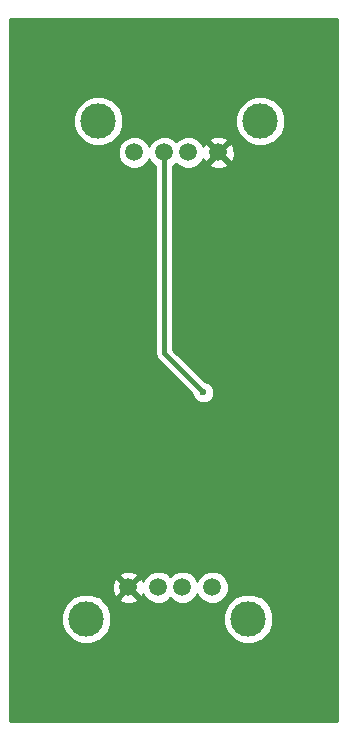
<source format=gbl>
G04 #@! TF.FileFunction,Copper,L2,Bot,Signal*
%FSLAX46Y46*%
G04 Gerber Fmt 4.6, Leading zero omitted, Abs format (unit mm)*
G04 Created by KiCad (PCBNEW 4.0.4-stable) date 09/22/16 21:37:27*
%MOMM*%
%LPD*%
G01*
G04 APERTURE LIST*
%ADD10C,0.100000*%
%ADD11C,1.501140*%
%ADD12C,2.999740*%
%ADD13C,0.600000*%
%ADD14C,0.440000*%
%ADD15C,0.254000*%
G04 APERTURE END LIST*
D10*
D11*
X121412860Y-107947880D03*
X118872860Y-107947880D03*
X116840860Y-107947880D03*
X114300860Y-107947880D03*
D12*
X124460860Y-110614880D03*
X110744860Y-110614880D03*
D11*
X114807140Y-71122120D03*
X117347140Y-71122120D03*
X119379140Y-71122120D03*
X121919140Y-71122120D03*
D12*
X111759140Y-68455120D03*
X125475140Y-68455120D03*
D13*
X120650000Y-91440000D03*
D14*
X120650000Y-91440000D02*
X117347140Y-88137140D01*
X117347140Y-88137140D02*
X117347140Y-71122120D01*
D15*
G36*
X131953000Y-119253000D02*
X104267000Y-119253000D01*
X104267000Y-111037669D01*
X108609620Y-111037669D01*
X108933950Y-111822607D01*
X109533974Y-112423680D01*
X110318345Y-112749379D01*
X111167649Y-112750120D01*
X111952587Y-112425790D01*
X112553660Y-111825766D01*
X112879359Y-111041395D01*
X112879362Y-111037669D01*
X122325620Y-111037669D01*
X122649950Y-111822607D01*
X123249974Y-112423680D01*
X124034345Y-112749379D01*
X124883649Y-112750120D01*
X125668587Y-112425790D01*
X126269660Y-111825766D01*
X126595359Y-111041395D01*
X126596100Y-110192091D01*
X126271770Y-109407153D01*
X125671746Y-108806080D01*
X124887375Y-108480381D01*
X124038071Y-108479640D01*
X123253133Y-108803970D01*
X122652060Y-109403994D01*
X122326361Y-110188365D01*
X122325620Y-111037669D01*
X112879362Y-111037669D01*
X112880100Y-110192091D01*
X112555770Y-109407153D01*
X112069278Y-108919810D01*
X113508535Y-108919810D01*
X113576595Y-109160811D01*
X114095894Y-109345647D01*
X114646398Y-109317685D01*
X115025125Y-109160811D01*
X115093185Y-108919810D01*
X114300860Y-108127485D01*
X113508535Y-108919810D01*
X112069278Y-108919810D01*
X111955746Y-108806080D01*
X111171375Y-108480381D01*
X110322071Y-108479640D01*
X109537133Y-108803970D01*
X108936060Y-109403994D01*
X108610361Y-110188365D01*
X108609620Y-111037669D01*
X104267000Y-111037669D01*
X104267000Y-107742914D01*
X112903093Y-107742914D01*
X112931055Y-108293418D01*
X113087929Y-108672145D01*
X113328930Y-108740205D01*
X114121255Y-107947880D01*
X114480465Y-107947880D01*
X115272790Y-108740205D01*
X115513791Y-108672145D01*
X115572629Y-108506840D01*
X115665546Y-108731717D01*
X116054973Y-109121824D01*
X116564044Y-109333209D01*
X117115258Y-109333690D01*
X117624697Y-109123194D01*
X117856923Y-108891373D01*
X118086973Y-109121824D01*
X118596044Y-109333209D01*
X119147258Y-109333690D01*
X119656697Y-109123194D01*
X120046804Y-108733767D01*
X120142835Y-108502499D01*
X120237546Y-108731717D01*
X120626973Y-109121824D01*
X121136044Y-109333209D01*
X121687258Y-109333690D01*
X122196697Y-109123194D01*
X122586804Y-108733767D01*
X122798189Y-108224696D01*
X122798670Y-107673482D01*
X122588174Y-107164043D01*
X122198747Y-106773936D01*
X121689676Y-106562551D01*
X121138462Y-106562070D01*
X120629023Y-106772566D01*
X120238916Y-107161993D01*
X120142885Y-107393261D01*
X120048174Y-107164043D01*
X119658747Y-106773936D01*
X119149676Y-106562551D01*
X118598462Y-106562070D01*
X118089023Y-106772566D01*
X117856797Y-107004387D01*
X117626747Y-106773936D01*
X117117676Y-106562551D01*
X116566462Y-106562070D01*
X116057023Y-106772566D01*
X115666916Y-107161993D01*
X115577481Y-107377376D01*
X115513791Y-107223615D01*
X115272790Y-107155555D01*
X114480465Y-107947880D01*
X114121255Y-107947880D01*
X113328930Y-107155555D01*
X113087929Y-107223615D01*
X112903093Y-107742914D01*
X104267000Y-107742914D01*
X104267000Y-106975950D01*
X113508535Y-106975950D01*
X114300860Y-107768275D01*
X115093185Y-106975950D01*
X115025125Y-106734949D01*
X114505826Y-106550113D01*
X113955322Y-106578075D01*
X113576595Y-106734949D01*
X113508535Y-106975950D01*
X104267000Y-106975950D01*
X104267000Y-71396518D01*
X113421330Y-71396518D01*
X113631826Y-71905957D01*
X114021253Y-72296064D01*
X114530324Y-72507449D01*
X115081538Y-72507930D01*
X115590977Y-72297434D01*
X115981084Y-71908007D01*
X116077115Y-71676739D01*
X116171826Y-71905957D01*
X116561253Y-72296064D01*
X116587140Y-72306813D01*
X116587140Y-88137140D01*
X116644992Y-88427979D01*
X116809739Y-88674541D01*
X119714878Y-91579680D01*
X119714838Y-91625167D01*
X119856883Y-91968943D01*
X120119673Y-92232192D01*
X120463201Y-92374838D01*
X120835167Y-92375162D01*
X121178943Y-92233117D01*
X121442192Y-91970327D01*
X121584838Y-91626799D01*
X121585162Y-91254833D01*
X121443117Y-90911057D01*
X121180327Y-90647808D01*
X120836799Y-90505162D01*
X120789923Y-90505121D01*
X118107140Y-87822338D01*
X118107140Y-72307283D01*
X118130977Y-72297434D01*
X118363203Y-72065613D01*
X118593253Y-72296064D01*
X119102324Y-72507449D01*
X119653538Y-72507930D01*
X120162977Y-72297434D01*
X120366716Y-72094050D01*
X121126815Y-72094050D01*
X121194875Y-72335051D01*
X121714174Y-72519887D01*
X122264678Y-72491925D01*
X122643405Y-72335051D01*
X122711465Y-72094050D01*
X121919140Y-71301725D01*
X121126815Y-72094050D01*
X120366716Y-72094050D01*
X120553084Y-71908007D01*
X120642519Y-71692624D01*
X120706209Y-71846385D01*
X120947210Y-71914445D01*
X121739535Y-71122120D01*
X122098745Y-71122120D01*
X122891070Y-71914445D01*
X123132071Y-71846385D01*
X123316907Y-71327086D01*
X123288945Y-70776582D01*
X123132071Y-70397855D01*
X122891070Y-70329795D01*
X122098745Y-71122120D01*
X121739535Y-71122120D01*
X120947210Y-70329795D01*
X120706209Y-70397855D01*
X120647371Y-70563160D01*
X120554454Y-70338283D01*
X120366689Y-70150190D01*
X121126815Y-70150190D01*
X121919140Y-70942515D01*
X122711465Y-70150190D01*
X122643405Y-69909189D01*
X122124106Y-69724353D01*
X121573602Y-69752315D01*
X121194875Y-69909189D01*
X121126815Y-70150190D01*
X120366689Y-70150190D01*
X120165027Y-69948176D01*
X119655956Y-69736791D01*
X119104742Y-69736310D01*
X118595303Y-69946806D01*
X118363077Y-70178627D01*
X118133027Y-69948176D01*
X117623956Y-69736791D01*
X117072742Y-69736310D01*
X116563303Y-69946806D01*
X116173196Y-70336233D01*
X116077165Y-70567501D01*
X115982454Y-70338283D01*
X115593027Y-69948176D01*
X115083956Y-69736791D01*
X114532742Y-69736310D01*
X114023303Y-69946806D01*
X113633196Y-70336233D01*
X113421811Y-70845304D01*
X113421330Y-71396518D01*
X104267000Y-71396518D01*
X104267000Y-68877909D01*
X109623900Y-68877909D01*
X109948230Y-69662847D01*
X110548254Y-70263920D01*
X111332625Y-70589619D01*
X112181929Y-70590360D01*
X112966867Y-70266030D01*
X113567940Y-69666006D01*
X113893639Y-68881635D01*
X113893642Y-68877909D01*
X123339900Y-68877909D01*
X123664230Y-69662847D01*
X124264254Y-70263920D01*
X125048625Y-70589619D01*
X125897929Y-70590360D01*
X126682867Y-70266030D01*
X127283940Y-69666006D01*
X127609639Y-68881635D01*
X127610380Y-68032331D01*
X127286050Y-67247393D01*
X126686026Y-66646320D01*
X125901655Y-66320621D01*
X125052351Y-66319880D01*
X124267413Y-66644210D01*
X123666340Y-67244234D01*
X123340641Y-68028605D01*
X123339900Y-68877909D01*
X113893642Y-68877909D01*
X113894380Y-68032331D01*
X113570050Y-67247393D01*
X112970026Y-66646320D01*
X112185655Y-66320621D01*
X111336351Y-66319880D01*
X110551413Y-66644210D01*
X109950340Y-67244234D01*
X109624641Y-68028605D01*
X109623900Y-68877909D01*
X104267000Y-68877909D01*
X104267000Y-59817000D01*
X131953000Y-59817000D01*
X131953000Y-119253000D01*
X131953000Y-119253000D01*
G37*
X131953000Y-119253000D02*
X104267000Y-119253000D01*
X104267000Y-111037669D01*
X108609620Y-111037669D01*
X108933950Y-111822607D01*
X109533974Y-112423680D01*
X110318345Y-112749379D01*
X111167649Y-112750120D01*
X111952587Y-112425790D01*
X112553660Y-111825766D01*
X112879359Y-111041395D01*
X112879362Y-111037669D01*
X122325620Y-111037669D01*
X122649950Y-111822607D01*
X123249974Y-112423680D01*
X124034345Y-112749379D01*
X124883649Y-112750120D01*
X125668587Y-112425790D01*
X126269660Y-111825766D01*
X126595359Y-111041395D01*
X126596100Y-110192091D01*
X126271770Y-109407153D01*
X125671746Y-108806080D01*
X124887375Y-108480381D01*
X124038071Y-108479640D01*
X123253133Y-108803970D01*
X122652060Y-109403994D01*
X122326361Y-110188365D01*
X122325620Y-111037669D01*
X112879362Y-111037669D01*
X112880100Y-110192091D01*
X112555770Y-109407153D01*
X112069278Y-108919810D01*
X113508535Y-108919810D01*
X113576595Y-109160811D01*
X114095894Y-109345647D01*
X114646398Y-109317685D01*
X115025125Y-109160811D01*
X115093185Y-108919810D01*
X114300860Y-108127485D01*
X113508535Y-108919810D01*
X112069278Y-108919810D01*
X111955746Y-108806080D01*
X111171375Y-108480381D01*
X110322071Y-108479640D01*
X109537133Y-108803970D01*
X108936060Y-109403994D01*
X108610361Y-110188365D01*
X108609620Y-111037669D01*
X104267000Y-111037669D01*
X104267000Y-107742914D01*
X112903093Y-107742914D01*
X112931055Y-108293418D01*
X113087929Y-108672145D01*
X113328930Y-108740205D01*
X114121255Y-107947880D01*
X114480465Y-107947880D01*
X115272790Y-108740205D01*
X115513791Y-108672145D01*
X115572629Y-108506840D01*
X115665546Y-108731717D01*
X116054973Y-109121824D01*
X116564044Y-109333209D01*
X117115258Y-109333690D01*
X117624697Y-109123194D01*
X117856923Y-108891373D01*
X118086973Y-109121824D01*
X118596044Y-109333209D01*
X119147258Y-109333690D01*
X119656697Y-109123194D01*
X120046804Y-108733767D01*
X120142835Y-108502499D01*
X120237546Y-108731717D01*
X120626973Y-109121824D01*
X121136044Y-109333209D01*
X121687258Y-109333690D01*
X122196697Y-109123194D01*
X122586804Y-108733767D01*
X122798189Y-108224696D01*
X122798670Y-107673482D01*
X122588174Y-107164043D01*
X122198747Y-106773936D01*
X121689676Y-106562551D01*
X121138462Y-106562070D01*
X120629023Y-106772566D01*
X120238916Y-107161993D01*
X120142885Y-107393261D01*
X120048174Y-107164043D01*
X119658747Y-106773936D01*
X119149676Y-106562551D01*
X118598462Y-106562070D01*
X118089023Y-106772566D01*
X117856797Y-107004387D01*
X117626747Y-106773936D01*
X117117676Y-106562551D01*
X116566462Y-106562070D01*
X116057023Y-106772566D01*
X115666916Y-107161993D01*
X115577481Y-107377376D01*
X115513791Y-107223615D01*
X115272790Y-107155555D01*
X114480465Y-107947880D01*
X114121255Y-107947880D01*
X113328930Y-107155555D01*
X113087929Y-107223615D01*
X112903093Y-107742914D01*
X104267000Y-107742914D01*
X104267000Y-106975950D01*
X113508535Y-106975950D01*
X114300860Y-107768275D01*
X115093185Y-106975950D01*
X115025125Y-106734949D01*
X114505826Y-106550113D01*
X113955322Y-106578075D01*
X113576595Y-106734949D01*
X113508535Y-106975950D01*
X104267000Y-106975950D01*
X104267000Y-71396518D01*
X113421330Y-71396518D01*
X113631826Y-71905957D01*
X114021253Y-72296064D01*
X114530324Y-72507449D01*
X115081538Y-72507930D01*
X115590977Y-72297434D01*
X115981084Y-71908007D01*
X116077115Y-71676739D01*
X116171826Y-71905957D01*
X116561253Y-72296064D01*
X116587140Y-72306813D01*
X116587140Y-88137140D01*
X116644992Y-88427979D01*
X116809739Y-88674541D01*
X119714878Y-91579680D01*
X119714838Y-91625167D01*
X119856883Y-91968943D01*
X120119673Y-92232192D01*
X120463201Y-92374838D01*
X120835167Y-92375162D01*
X121178943Y-92233117D01*
X121442192Y-91970327D01*
X121584838Y-91626799D01*
X121585162Y-91254833D01*
X121443117Y-90911057D01*
X121180327Y-90647808D01*
X120836799Y-90505162D01*
X120789923Y-90505121D01*
X118107140Y-87822338D01*
X118107140Y-72307283D01*
X118130977Y-72297434D01*
X118363203Y-72065613D01*
X118593253Y-72296064D01*
X119102324Y-72507449D01*
X119653538Y-72507930D01*
X120162977Y-72297434D01*
X120366716Y-72094050D01*
X121126815Y-72094050D01*
X121194875Y-72335051D01*
X121714174Y-72519887D01*
X122264678Y-72491925D01*
X122643405Y-72335051D01*
X122711465Y-72094050D01*
X121919140Y-71301725D01*
X121126815Y-72094050D01*
X120366716Y-72094050D01*
X120553084Y-71908007D01*
X120642519Y-71692624D01*
X120706209Y-71846385D01*
X120947210Y-71914445D01*
X121739535Y-71122120D01*
X122098745Y-71122120D01*
X122891070Y-71914445D01*
X123132071Y-71846385D01*
X123316907Y-71327086D01*
X123288945Y-70776582D01*
X123132071Y-70397855D01*
X122891070Y-70329795D01*
X122098745Y-71122120D01*
X121739535Y-71122120D01*
X120947210Y-70329795D01*
X120706209Y-70397855D01*
X120647371Y-70563160D01*
X120554454Y-70338283D01*
X120366689Y-70150190D01*
X121126815Y-70150190D01*
X121919140Y-70942515D01*
X122711465Y-70150190D01*
X122643405Y-69909189D01*
X122124106Y-69724353D01*
X121573602Y-69752315D01*
X121194875Y-69909189D01*
X121126815Y-70150190D01*
X120366689Y-70150190D01*
X120165027Y-69948176D01*
X119655956Y-69736791D01*
X119104742Y-69736310D01*
X118595303Y-69946806D01*
X118363077Y-70178627D01*
X118133027Y-69948176D01*
X117623956Y-69736791D01*
X117072742Y-69736310D01*
X116563303Y-69946806D01*
X116173196Y-70336233D01*
X116077165Y-70567501D01*
X115982454Y-70338283D01*
X115593027Y-69948176D01*
X115083956Y-69736791D01*
X114532742Y-69736310D01*
X114023303Y-69946806D01*
X113633196Y-70336233D01*
X113421811Y-70845304D01*
X113421330Y-71396518D01*
X104267000Y-71396518D01*
X104267000Y-68877909D01*
X109623900Y-68877909D01*
X109948230Y-69662847D01*
X110548254Y-70263920D01*
X111332625Y-70589619D01*
X112181929Y-70590360D01*
X112966867Y-70266030D01*
X113567940Y-69666006D01*
X113893639Y-68881635D01*
X113893642Y-68877909D01*
X123339900Y-68877909D01*
X123664230Y-69662847D01*
X124264254Y-70263920D01*
X125048625Y-70589619D01*
X125897929Y-70590360D01*
X126682867Y-70266030D01*
X127283940Y-69666006D01*
X127609639Y-68881635D01*
X127610380Y-68032331D01*
X127286050Y-67247393D01*
X126686026Y-66646320D01*
X125901655Y-66320621D01*
X125052351Y-66319880D01*
X124267413Y-66644210D01*
X123666340Y-67244234D01*
X123340641Y-68028605D01*
X123339900Y-68877909D01*
X113893642Y-68877909D01*
X113894380Y-68032331D01*
X113570050Y-67247393D01*
X112970026Y-66646320D01*
X112185655Y-66320621D01*
X111336351Y-66319880D01*
X110551413Y-66644210D01*
X109950340Y-67244234D01*
X109624641Y-68028605D01*
X109623900Y-68877909D01*
X104267000Y-68877909D01*
X104267000Y-59817000D01*
X131953000Y-59817000D01*
X131953000Y-119253000D01*
M02*

</source>
